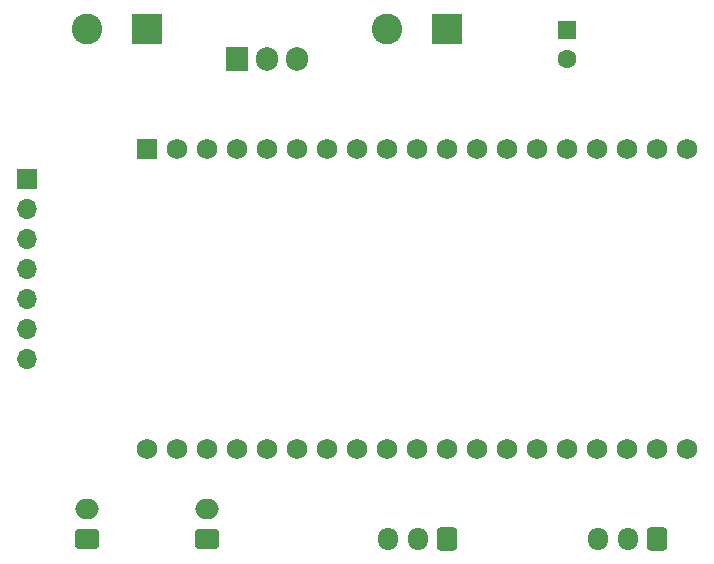
<source format=gbr>
%TF.GenerationSoftware,KiCad,Pcbnew,7.0.10*%
%TF.CreationDate,2024-04-14T18:32:16+10:00*%
%TF.ProjectId,IC Sprayer,49432053-7072-4617-9965-722e6b696361,rev?*%
%TF.SameCoordinates,Original*%
%TF.FileFunction,Soldermask,Bot*%
%TF.FilePolarity,Negative*%
%FSLAX46Y46*%
G04 Gerber Fmt 4.6, Leading zero omitted, Abs format (unit mm)*
G04 Created by KiCad (PCBNEW 7.0.10) date 2024-04-14 18:32:16*
%MOMM*%
%LPD*%
G01*
G04 APERTURE LIST*
G04 Aperture macros list*
%AMRoundRect*
0 Rectangle with rounded corners*
0 $1 Rounding radius*
0 $2 $3 $4 $5 $6 $7 $8 $9 X,Y pos of 4 corners*
0 Add a 4 corners polygon primitive as box body*
4,1,4,$2,$3,$4,$5,$6,$7,$8,$9,$2,$3,0*
0 Add four circle primitives for the rounded corners*
1,1,$1+$1,$2,$3*
1,1,$1+$1,$4,$5*
1,1,$1+$1,$6,$7*
1,1,$1+$1,$8,$9*
0 Add four rect primitives between the rounded corners*
20,1,$1+$1,$2,$3,$4,$5,0*
20,1,$1+$1,$4,$5,$6,$7,0*
20,1,$1+$1,$6,$7,$8,$9,0*
20,1,$1+$1,$8,$9,$2,$3,0*%
G04 Aperture macros list end*
%ADD10RoundRect,0.250000X0.750000X-0.600000X0.750000X0.600000X-0.750000X0.600000X-0.750000X-0.600000X0*%
%ADD11O,2.000000X1.700000*%
%ADD12RoundRect,0.250000X0.600000X0.725000X-0.600000X0.725000X-0.600000X-0.725000X0.600000X-0.725000X0*%
%ADD13O,1.700000X1.950000*%
%ADD14R,1.600000X1.600000*%
%ADD15C,1.600000*%
%ADD16R,2.600000X2.600000*%
%ADD17C,2.600000*%
%ADD18R,1.905000X2.000000*%
%ADD19O,1.905000X2.000000*%
%ADD20O,1.700000X1.700000*%
%ADD21R,1.700000X1.700000*%
%ADD22C,1.734000*%
%ADD23RoundRect,0.102000X-0.765000X0.765000X-0.765000X-0.765000X0.765000X-0.765000X0.765000X0.765000X0*%
G04 APERTURE END LIST*
D10*
%TO.C,Temp_IN*%
X134620000Y-121880000D03*
D11*
X134620000Y-119380000D03*
%TD*%
D12*
%TO.C,Pot_IN*%
X165100000Y-121920000D03*
D13*
X162600000Y-121920000D03*
X160100000Y-121920000D03*
%TD*%
D14*
%TO.C,REF\u002A\u002A*%
X175260000Y-78780000D03*
D15*
X175260000Y-81280000D03*
%TD*%
D12*
%TO.C,RGB_OUT*%
X182880000Y-121920000D03*
D13*
X180380000Y-121920000D03*
X177880000Y-121920000D03*
%TD*%
D16*
%TO.C,Power_IN*%
X165100000Y-78740000D03*
D17*
X160020000Y-78740000D03*
%TD*%
D18*
%TO.C,Pump_Fet*%
X147320000Y-81280000D03*
D19*
X149860000Y-81280000D03*
X152400000Y-81280000D03*
%TD*%
D16*
%TO.C,Pump_Out*%
X139700000Y-78740000D03*
D17*
X134620000Y-78740000D03*
%TD*%
D10*
%TO.C,Switch_IN*%
X144780000Y-121880000D03*
D11*
X144780000Y-119380000D03*
%TD*%
D20*
%TO.C,Screen*%
X129540000Y-93980000D03*
X129540000Y-106680000D03*
X129540000Y-104140000D03*
D21*
X129540000Y-91440000D03*
D20*
X129540000Y-101600000D03*
X129540000Y-96520000D03*
X129540000Y-99060000D03*
%TD*%
D22*
%TO.C,ESP32*%
X172720000Y-114300000D03*
X147320000Y-114300000D03*
X175260000Y-114300000D03*
X149860000Y-114300000D03*
D23*
X139700000Y-88900000D03*
D22*
X170180000Y-114300000D03*
X162560000Y-114300000D03*
X185420000Y-88900000D03*
X185420000Y-114300000D03*
X182880000Y-114300000D03*
X180340000Y-114300000D03*
X177800000Y-88900000D03*
X180340000Y-88900000D03*
X182880000Y-88900000D03*
X170180000Y-88900000D03*
X175260000Y-88900000D03*
X167640000Y-88900000D03*
X177800000Y-114300000D03*
X167640000Y-114300000D03*
X165100000Y-114300000D03*
X160020000Y-114300000D03*
X157480000Y-114300000D03*
X152400000Y-114300000D03*
X144780000Y-114300000D03*
X142240000Y-114300000D03*
X160020000Y-88900000D03*
X162560000Y-88900000D03*
X165100000Y-88900000D03*
X154940000Y-88900000D03*
X157480000Y-88900000D03*
X149860000Y-88900000D03*
X152400000Y-88900000D03*
X144780000Y-88900000D03*
X147320000Y-88900000D03*
X142240000Y-88900000D03*
X172720000Y-88900000D03*
X154940000Y-114300000D03*
X139700000Y-114300000D03*
%TD*%
M02*

</source>
